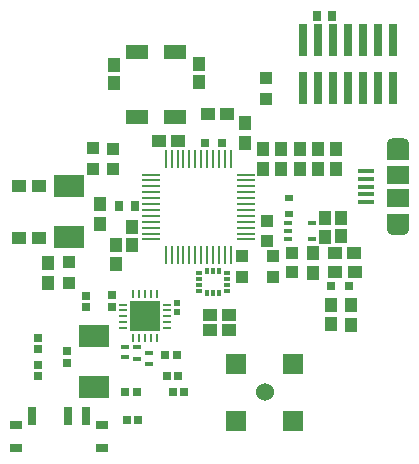
<source format=gbr>
G04*
G04 #@! TF.GenerationSoftware,Altium Limited,Altium Designer,24.8.2 (39)*
G04*
G04 Layer_Color=8421504*
%FSLAX26Y26*%
%MOIN*%
G70*
G04*
G04 #@! TF.SameCoordinates,943EF9C2-7E4B-4E9F-8D88-1E315B4C2DD2*
G04*
G04*
G04 #@! TF.FilePolarity,Positive*
G04*
G01*
G75*
%ADD13R,0.020835X0.011977*%
%ADD14R,0.020835X0.011977*%
%ADD15R,0.011977X0.020835*%
%ADD16R,0.011977X0.020835*%
%ADD17C,0.019685*%
%ADD18C,0.060000*%
%ADD19R,0.070000X0.070000*%
%ADD20R,0.026475X0.026306*%
%ADD21R,0.029134X0.109843*%
%ADD22R,0.039848X0.041682*%
%ADD23R,0.041816X0.045532*%
%ADD24R,0.039848X0.045619*%
%ADD25R,0.031496X0.031496*%
%ADD26R,0.045619X0.039848*%
%ADD27R,0.047575X0.039848*%
%ADD28R,0.041816X0.044687*%
%ADD29R,0.074803X0.059055*%
%ADD30R,0.053150X0.015748*%
G04:AMPARAMS|DCode=31|XSize=15.748mil|YSize=25.591mil|CornerRadius=1.968mil|HoleSize=0mil|Usage=FLASHONLY|Rotation=90.000|XOffset=0mil|YOffset=0mil|HoleType=Round|Shape=RoundedRectangle|*
%AMROUNDEDRECTD31*
21,1,0.015748,0.021654,0,0,90.0*
21,1,0.011811,0.025591,0,0,90.0*
1,1,0.003937,0.010827,0.005906*
1,1,0.003937,0.010827,-0.005906*
1,1,0.003937,-0.010827,-0.005906*
1,1,0.003937,-0.010827,0.005906*
%
%ADD31ROUNDEDRECTD31*%
%ADD32R,0.031496X0.023622*%
%ADD33R,0.041662X0.051419*%
%ADD34R,0.039848X0.049533*%
%ADD35R,0.027559X0.033465*%
%ADD36R,0.027559X0.059055*%
%ADD37R,0.039370X0.031496*%
%ADD38R,0.102362X0.074803*%
%ADD39R,0.029528X0.033465*%
%ADD40O,0.009842X0.061024*%
%ADD41O,0.061024X0.009842*%
%ADD42R,0.049459X0.041662*%
%ADD43R,0.074803X0.051181*%
%ADD44R,0.020472X0.022047*%
%ADD45R,0.028163X0.026475*%
%ADD46R,0.026306X0.026475*%
%ADD47R,0.025591X0.013780*%
%ADD48R,0.025984X0.016142*%
%ADD49R,0.026475X0.028163*%
%ADD50O,0.009842X0.027559*%
%ADD51O,0.027559X0.009842*%
%ADD52R,0.102362X0.102362*%
G36*
X1780315Y876087D02*
X1705512D01*
Y927268D01*
X1780315D01*
Y876087D01*
D02*
G37*
G36*
X1760631Y856402D02*
X1725197Y856402D01*
Y876086D01*
X1760631D01*
Y856402D01*
D02*
G37*
G36*
X1760630Y1159551D02*
X1725196D01*
Y1179235D01*
X1760630Y1179236D01*
Y1159551D01*
D02*
G37*
G36*
X1780315Y1108370D02*
X1705512D01*
Y1159551D01*
X1780315D01*
Y1108370D01*
D02*
G37*
D13*
X1080465Y730000D02*
D03*
Y670945D02*
D03*
X1172000D02*
D03*
Y730000D02*
D03*
D14*
X1080465Y710315D02*
D03*
Y690630D02*
D03*
X1172000D02*
D03*
Y710315D02*
D03*
D15*
X1106547Y664547D02*
D03*
X1145917D02*
D03*
Y736398D02*
D03*
X1106547D02*
D03*
D16*
X1126232Y664547D02*
D03*
Y736398D02*
D03*
D17*
X1735040Y1159551D02*
G03*
X1735040Y1159551I-9842J0D01*
G01*
X1770473D02*
G03*
X1770473Y1159551I-9842J0D01*
G01*
X1735040Y876087D02*
G03*
X1735040Y876087I-9842J0D01*
G01*
X1770473D02*
G03*
X1770473Y876087I-9842J0D01*
G01*
D18*
X1299000Y333000D02*
D03*
D19*
X1204000Y428000D02*
D03*
X1394000D02*
D03*
X1204000Y238000D02*
D03*
X1394000D02*
D03*
D20*
X790000Y656770D02*
D03*
Y617230D02*
D03*
X638000Y430230D02*
D03*
Y469770D02*
D03*
D21*
X1427000Y1347000D02*
D03*
Y1507236D02*
D03*
X1477000Y1347000D02*
D03*
Y1507236D02*
D03*
X1527000Y1347000D02*
D03*
Y1507236D02*
D03*
X1577000Y1347000D02*
D03*
Y1507236D02*
D03*
X1627000Y1347000D02*
D03*
Y1507236D02*
D03*
X1677000Y1347000D02*
D03*
Y1507236D02*
D03*
X1727000Y1347000D02*
D03*
Y1507236D02*
D03*
D22*
X1303000Y1380516D02*
D03*
Y1311484D02*
D03*
X1326000Y716484D02*
D03*
Y785516D02*
D03*
X646000Y765516D02*
D03*
Y696484D02*
D03*
X726000Y1076484D02*
D03*
Y1145516D02*
D03*
X794000Y1075484D02*
D03*
Y1144516D02*
D03*
X1224000Y786000D02*
D03*
Y716968D02*
D03*
D23*
X1586000Y557502D02*
D03*
Y624498D02*
D03*
X1234000Y1162502D02*
D03*
Y1229498D02*
D03*
X751000Y893502D02*
D03*
Y960498D02*
D03*
D24*
X1521000Y559452D02*
D03*
Y624548D02*
D03*
X1458000Y730452D02*
D03*
Y795548D02*
D03*
X1477000Y1143000D02*
D03*
Y1077905D02*
D03*
X1416000Y1142547D02*
D03*
Y1077453D02*
D03*
X1294000Y1142547D02*
D03*
Y1077453D02*
D03*
X1537000Y1143000D02*
D03*
Y1077905D02*
D03*
X1353000Y1142547D02*
D03*
Y1077453D02*
D03*
X577000Y763000D02*
D03*
Y697905D02*
D03*
D25*
X1578528Y686000D02*
D03*
X1519472D02*
D03*
X1098472Y1162000D02*
D03*
X1157528D02*
D03*
D26*
X1598547Y735000D02*
D03*
X1533453D02*
D03*
X1173547Y1260000D02*
D03*
X1108453D02*
D03*
X480452Y1021000D02*
D03*
X545548D02*
D03*
X480452Y848000D02*
D03*
X545548D02*
D03*
X1114954Y591332D02*
D03*
X1180049D02*
D03*
X1114954Y541332D02*
D03*
X1180049D02*
D03*
D27*
X1534000Y798000D02*
D03*
X1597139D02*
D03*
D28*
X1390000Y731898D02*
D03*
Y796102D02*
D03*
X1306000Y837898D02*
D03*
Y902102D02*
D03*
D29*
X1742914Y1057189D02*
D03*
Y978449D02*
D03*
D30*
X1636614Y1069000D02*
D03*
Y1043409D02*
D03*
Y1017819D02*
D03*
Y992228D02*
D03*
Y966638D02*
D03*
D31*
X1457354Y844409D02*
D03*
Y895591D02*
D03*
X1376646Y844409D02*
D03*
Y870000D02*
D03*
Y895591D02*
D03*
D32*
X1378000Y927409D02*
D03*
Y978591D02*
D03*
D33*
X1500000Y851446D02*
D03*
Y912554D02*
D03*
D34*
X1554000Y913590D02*
D03*
Y852410D02*
D03*
X802000Y822590D02*
D03*
Y761410D02*
D03*
X856000Y884590D02*
D03*
Y823410D02*
D03*
X1080000Y1366410D02*
D03*
Y1427590D02*
D03*
X795000Y1363410D02*
D03*
Y1424590D02*
D03*
D35*
X1521622Y1588000D02*
D03*
X1474378D02*
D03*
D36*
X642472Y252898D02*
D03*
X701528D02*
D03*
X524362D02*
D03*
D37*
X469244Y221992D02*
D03*
X756646D02*
D03*
X469244Y146008D02*
D03*
X756646D02*
D03*
D38*
X645000Y850354D02*
D03*
Y1019646D02*
D03*
X729000Y350354D02*
D03*
Y519646D02*
D03*
D39*
X814409Y953000D02*
D03*
X865591D02*
D03*
D40*
X968732Y1108465D02*
D03*
X988417D02*
D03*
X1008102D02*
D03*
X1027787D02*
D03*
X1047472D02*
D03*
X1067157D02*
D03*
X1086842D02*
D03*
X1106527D02*
D03*
X1126213D02*
D03*
X1145898D02*
D03*
X1165583D02*
D03*
X1185268D02*
D03*
Y791535D02*
D03*
X1165583D02*
D03*
X1145898D02*
D03*
X1126213D02*
D03*
X1106527D02*
D03*
X1086842D02*
D03*
X1067157D02*
D03*
X1047472D02*
D03*
X1027787D02*
D03*
X1008102D02*
D03*
X988417D02*
D03*
X968732D02*
D03*
D41*
X1235465Y1058268D02*
D03*
Y1038583D02*
D03*
Y1018898D02*
D03*
Y999213D02*
D03*
Y979528D02*
D03*
Y959843D02*
D03*
Y940158D02*
D03*
Y920472D02*
D03*
Y900787D02*
D03*
Y881102D02*
D03*
Y861417D02*
D03*
Y841732D02*
D03*
X918535D02*
D03*
Y861417D02*
D03*
Y881102D02*
D03*
Y900787D02*
D03*
Y920472D02*
D03*
Y940158D02*
D03*
Y959843D02*
D03*
Y979528D02*
D03*
Y999213D02*
D03*
Y1018898D02*
D03*
Y1038583D02*
D03*
Y1058268D02*
D03*
D42*
X1010535Y1171000D02*
D03*
X947465D02*
D03*
D43*
X999992Y1250732D02*
D03*
Y1467268D02*
D03*
X874008D02*
D03*
Y1250732D02*
D03*
D44*
X1007000Y599646D02*
D03*
Y630354D02*
D03*
D45*
X875646Y238964D02*
D03*
X837964D02*
D03*
X993159Y335000D02*
D03*
X1030841D02*
D03*
X973318Y386000D02*
D03*
X1011000D02*
D03*
D46*
X834230Y333000D02*
D03*
X873770D02*
D03*
X1005770Y457000D02*
D03*
X966230D02*
D03*
D47*
X834000Y449268D02*
D03*
Y482732D02*
D03*
X912000Y428268D02*
D03*
Y461732D02*
D03*
D48*
X873000Y481882D02*
D03*
Y442118D02*
D03*
D49*
X543000Y386159D02*
D03*
Y423841D02*
D03*
Y513682D02*
D03*
Y476000D02*
D03*
X702000Y617159D02*
D03*
Y654841D02*
D03*
D50*
X939535Y658465D02*
D03*
X919850D02*
D03*
X900165D02*
D03*
X880480D02*
D03*
X860795D02*
D03*
Y512795D02*
D03*
X880480D02*
D03*
X900165D02*
D03*
X919850D02*
D03*
X939535D02*
D03*
D51*
X827331Y625000D02*
D03*
Y605315D02*
D03*
Y585630D02*
D03*
Y565945D02*
D03*
Y546260D02*
D03*
X973000D02*
D03*
Y565945D02*
D03*
Y585630D02*
D03*
Y605315D02*
D03*
Y625000D02*
D03*
D52*
X900165Y585630D02*
D03*
M02*

</source>
